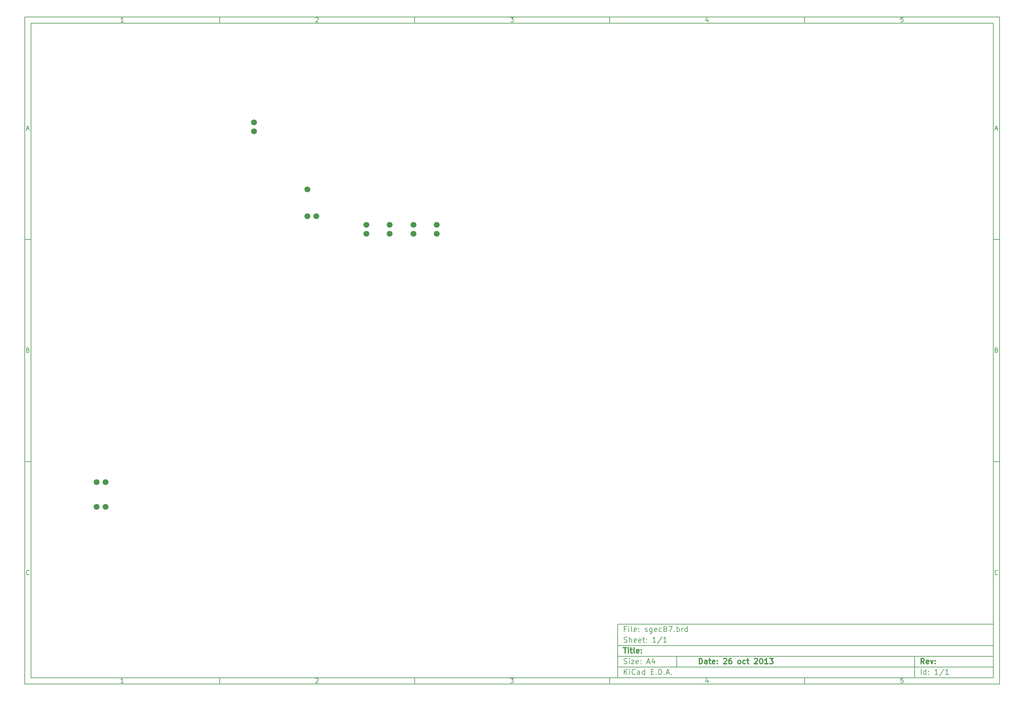
<source format=gtp>
G04 (created by PCBNEW-RS274X (2011-04-29 BZR 2986)-stable) date 10/26/2013 1:24:26 PM*
G01*
G70*
G90*
%MOIN*%
G04 Gerber Fmt 3.4, Leading zero omitted, Abs format*
%FSLAX34Y34*%
G04 APERTURE LIST*
%ADD10C,0.006000*%
%ADD11C,0.012000*%
%ADD12C,0.066000*%
G04 APERTURE END LIST*
G54D10*
X04000Y-04000D02*
X113000Y-04000D01*
X113000Y-78670D01*
X04000Y-78670D01*
X04000Y-04000D01*
X04700Y-04700D02*
X112300Y-04700D01*
X112300Y-77970D01*
X04700Y-77970D01*
X04700Y-04700D01*
X25800Y-04000D02*
X25800Y-04700D01*
X15043Y-04552D02*
X14757Y-04552D01*
X14900Y-04552D02*
X14900Y-04052D01*
X14852Y-04124D01*
X14805Y-04171D01*
X14757Y-04195D01*
X25800Y-78670D02*
X25800Y-77970D01*
X15043Y-78522D02*
X14757Y-78522D01*
X14900Y-78522D02*
X14900Y-78022D01*
X14852Y-78094D01*
X14805Y-78141D01*
X14757Y-78165D01*
X47600Y-04000D02*
X47600Y-04700D01*
X36557Y-04100D02*
X36581Y-04076D01*
X36629Y-04052D01*
X36748Y-04052D01*
X36795Y-04076D01*
X36819Y-04100D01*
X36843Y-04148D01*
X36843Y-04195D01*
X36819Y-04267D01*
X36533Y-04552D01*
X36843Y-04552D01*
X47600Y-78670D02*
X47600Y-77970D01*
X36557Y-78070D02*
X36581Y-78046D01*
X36629Y-78022D01*
X36748Y-78022D01*
X36795Y-78046D01*
X36819Y-78070D01*
X36843Y-78118D01*
X36843Y-78165D01*
X36819Y-78237D01*
X36533Y-78522D01*
X36843Y-78522D01*
X69400Y-04000D02*
X69400Y-04700D01*
X58333Y-04052D02*
X58643Y-04052D01*
X58476Y-04243D01*
X58548Y-04243D01*
X58595Y-04267D01*
X58619Y-04290D01*
X58643Y-04338D01*
X58643Y-04457D01*
X58619Y-04505D01*
X58595Y-04529D01*
X58548Y-04552D01*
X58405Y-04552D01*
X58357Y-04529D01*
X58333Y-04505D01*
X69400Y-78670D02*
X69400Y-77970D01*
X58333Y-78022D02*
X58643Y-78022D01*
X58476Y-78213D01*
X58548Y-78213D01*
X58595Y-78237D01*
X58619Y-78260D01*
X58643Y-78308D01*
X58643Y-78427D01*
X58619Y-78475D01*
X58595Y-78499D01*
X58548Y-78522D01*
X58405Y-78522D01*
X58357Y-78499D01*
X58333Y-78475D01*
X91200Y-04000D02*
X91200Y-04700D01*
X80395Y-04219D02*
X80395Y-04552D01*
X80276Y-04029D02*
X80157Y-04386D01*
X80467Y-04386D01*
X91200Y-78670D02*
X91200Y-77970D01*
X80395Y-78189D02*
X80395Y-78522D01*
X80276Y-77999D02*
X80157Y-78356D01*
X80467Y-78356D01*
X102219Y-04052D02*
X101981Y-04052D01*
X101957Y-04290D01*
X101981Y-04267D01*
X102029Y-04243D01*
X102148Y-04243D01*
X102195Y-04267D01*
X102219Y-04290D01*
X102243Y-04338D01*
X102243Y-04457D01*
X102219Y-04505D01*
X102195Y-04529D01*
X102148Y-04552D01*
X102029Y-04552D01*
X101981Y-04529D01*
X101957Y-04505D01*
X102219Y-78022D02*
X101981Y-78022D01*
X101957Y-78260D01*
X101981Y-78237D01*
X102029Y-78213D01*
X102148Y-78213D01*
X102195Y-78237D01*
X102219Y-78260D01*
X102243Y-78308D01*
X102243Y-78427D01*
X102219Y-78475D01*
X102195Y-78499D01*
X102148Y-78522D01*
X102029Y-78522D01*
X101981Y-78499D01*
X101957Y-78475D01*
X04000Y-28890D02*
X04700Y-28890D01*
X04231Y-16510D02*
X04469Y-16510D01*
X04184Y-16652D02*
X04350Y-16152D01*
X04517Y-16652D01*
X113000Y-28890D02*
X112300Y-28890D01*
X112531Y-16510D02*
X112769Y-16510D01*
X112484Y-16652D02*
X112650Y-16152D01*
X112817Y-16652D01*
X04000Y-53780D02*
X04700Y-53780D01*
X04386Y-41280D02*
X04457Y-41304D01*
X04481Y-41328D01*
X04505Y-41376D01*
X04505Y-41447D01*
X04481Y-41495D01*
X04457Y-41519D01*
X04410Y-41542D01*
X04219Y-41542D01*
X04219Y-41042D01*
X04386Y-41042D01*
X04433Y-41066D01*
X04457Y-41090D01*
X04481Y-41138D01*
X04481Y-41185D01*
X04457Y-41233D01*
X04433Y-41257D01*
X04386Y-41280D01*
X04219Y-41280D01*
X113000Y-53780D02*
X112300Y-53780D01*
X112686Y-41280D02*
X112757Y-41304D01*
X112781Y-41328D01*
X112805Y-41376D01*
X112805Y-41447D01*
X112781Y-41495D01*
X112757Y-41519D01*
X112710Y-41542D01*
X112519Y-41542D01*
X112519Y-41042D01*
X112686Y-41042D01*
X112733Y-41066D01*
X112757Y-41090D01*
X112781Y-41138D01*
X112781Y-41185D01*
X112757Y-41233D01*
X112733Y-41257D01*
X112686Y-41280D01*
X112519Y-41280D01*
X04505Y-66385D02*
X04481Y-66409D01*
X04410Y-66432D01*
X04362Y-66432D01*
X04290Y-66409D01*
X04243Y-66361D01*
X04219Y-66313D01*
X04195Y-66218D01*
X04195Y-66147D01*
X04219Y-66051D01*
X04243Y-66004D01*
X04290Y-65956D01*
X04362Y-65932D01*
X04410Y-65932D01*
X04481Y-65956D01*
X04505Y-65980D01*
X112805Y-66385D02*
X112781Y-66409D01*
X112710Y-66432D01*
X112662Y-66432D01*
X112590Y-66409D01*
X112543Y-66361D01*
X112519Y-66313D01*
X112495Y-66218D01*
X112495Y-66147D01*
X112519Y-66051D01*
X112543Y-66004D01*
X112590Y-65956D01*
X112662Y-65932D01*
X112710Y-65932D01*
X112781Y-65956D01*
X112805Y-65980D01*
G54D11*
X79443Y-76413D02*
X79443Y-75813D01*
X79586Y-75813D01*
X79671Y-75841D01*
X79729Y-75899D01*
X79757Y-75956D01*
X79786Y-76070D01*
X79786Y-76156D01*
X79757Y-76270D01*
X79729Y-76327D01*
X79671Y-76384D01*
X79586Y-76413D01*
X79443Y-76413D01*
X80300Y-76413D02*
X80300Y-76099D01*
X80271Y-76041D01*
X80214Y-76013D01*
X80100Y-76013D01*
X80043Y-76041D01*
X80300Y-76384D02*
X80243Y-76413D01*
X80100Y-76413D01*
X80043Y-76384D01*
X80014Y-76327D01*
X80014Y-76270D01*
X80043Y-76213D01*
X80100Y-76184D01*
X80243Y-76184D01*
X80300Y-76156D01*
X80500Y-76013D02*
X80729Y-76013D01*
X80586Y-75813D02*
X80586Y-76327D01*
X80614Y-76384D01*
X80672Y-76413D01*
X80729Y-76413D01*
X81157Y-76384D02*
X81100Y-76413D01*
X80986Y-76413D01*
X80929Y-76384D01*
X80900Y-76327D01*
X80900Y-76099D01*
X80929Y-76041D01*
X80986Y-76013D01*
X81100Y-76013D01*
X81157Y-76041D01*
X81186Y-76099D01*
X81186Y-76156D01*
X80900Y-76213D01*
X81443Y-76356D02*
X81471Y-76384D01*
X81443Y-76413D01*
X81414Y-76384D01*
X81443Y-76356D01*
X81443Y-76413D01*
X81443Y-76041D02*
X81471Y-76070D01*
X81443Y-76099D01*
X81414Y-76070D01*
X81443Y-76041D01*
X81443Y-76099D01*
X82157Y-75870D02*
X82186Y-75841D01*
X82243Y-75813D01*
X82386Y-75813D01*
X82443Y-75841D01*
X82472Y-75870D01*
X82500Y-75927D01*
X82500Y-75984D01*
X82472Y-76070D01*
X82129Y-76413D01*
X82500Y-76413D01*
X83014Y-75813D02*
X82900Y-75813D01*
X82843Y-75841D01*
X82814Y-75870D01*
X82757Y-75956D01*
X82728Y-76070D01*
X82728Y-76299D01*
X82757Y-76356D01*
X82785Y-76384D01*
X82843Y-76413D01*
X82957Y-76413D01*
X83014Y-76384D01*
X83043Y-76356D01*
X83071Y-76299D01*
X83071Y-76156D01*
X83043Y-76099D01*
X83014Y-76070D01*
X82957Y-76041D01*
X82843Y-76041D01*
X82785Y-76070D01*
X82757Y-76099D01*
X82728Y-76156D01*
X83871Y-76413D02*
X83813Y-76384D01*
X83785Y-76356D01*
X83756Y-76299D01*
X83756Y-76127D01*
X83785Y-76070D01*
X83813Y-76041D01*
X83871Y-76013D01*
X83956Y-76013D01*
X84013Y-76041D01*
X84042Y-76070D01*
X84071Y-76127D01*
X84071Y-76299D01*
X84042Y-76356D01*
X84013Y-76384D01*
X83956Y-76413D01*
X83871Y-76413D01*
X84585Y-76384D02*
X84528Y-76413D01*
X84414Y-76413D01*
X84356Y-76384D01*
X84328Y-76356D01*
X84299Y-76299D01*
X84299Y-76127D01*
X84328Y-76070D01*
X84356Y-76041D01*
X84414Y-76013D01*
X84528Y-76013D01*
X84585Y-76041D01*
X84756Y-76013D02*
X84985Y-76013D01*
X84842Y-75813D02*
X84842Y-76327D01*
X84870Y-76384D01*
X84928Y-76413D01*
X84985Y-76413D01*
X85613Y-75870D02*
X85642Y-75841D01*
X85699Y-75813D01*
X85842Y-75813D01*
X85899Y-75841D01*
X85928Y-75870D01*
X85956Y-75927D01*
X85956Y-75984D01*
X85928Y-76070D01*
X85585Y-76413D01*
X85956Y-76413D01*
X86327Y-75813D02*
X86384Y-75813D01*
X86441Y-75841D01*
X86470Y-75870D01*
X86499Y-75927D01*
X86527Y-76041D01*
X86527Y-76184D01*
X86499Y-76299D01*
X86470Y-76356D01*
X86441Y-76384D01*
X86384Y-76413D01*
X86327Y-76413D01*
X86270Y-76384D01*
X86241Y-76356D01*
X86213Y-76299D01*
X86184Y-76184D01*
X86184Y-76041D01*
X86213Y-75927D01*
X86241Y-75870D01*
X86270Y-75841D01*
X86327Y-75813D01*
X87098Y-76413D02*
X86755Y-76413D01*
X86927Y-76413D02*
X86927Y-75813D01*
X86870Y-75899D01*
X86812Y-75956D01*
X86755Y-75984D01*
X87298Y-75813D02*
X87669Y-75813D01*
X87469Y-76041D01*
X87555Y-76041D01*
X87612Y-76070D01*
X87641Y-76099D01*
X87669Y-76156D01*
X87669Y-76299D01*
X87641Y-76356D01*
X87612Y-76384D01*
X87555Y-76413D01*
X87383Y-76413D01*
X87326Y-76384D01*
X87298Y-76356D01*
G54D10*
X71043Y-77613D02*
X71043Y-77013D01*
X71386Y-77613D02*
X71129Y-77270D01*
X71386Y-77013D02*
X71043Y-77356D01*
X71643Y-77613D02*
X71643Y-77213D01*
X71643Y-77013D02*
X71614Y-77041D01*
X71643Y-77070D01*
X71671Y-77041D01*
X71643Y-77013D01*
X71643Y-77070D01*
X72272Y-77556D02*
X72243Y-77584D01*
X72157Y-77613D01*
X72100Y-77613D01*
X72015Y-77584D01*
X71957Y-77527D01*
X71929Y-77470D01*
X71900Y-77356D01*
X71900Y-77270D01*
X71929Y-77156D01*
X71957Y-77099D01*
X72015Y-77041D01*
X72100Y-77013D01*
X72157Y-77013D01*
X72243Y-77041D01*
X72272Y-77070D01*
X72786Y-77613D02*
X72786Y-77299D01*
X72757Y-77241D01*
X72700Y-77213D01*
X72586Y-77213D01*
X72529Y-77241D01*
X72786Y-77584D02*
X72729Y-77613D01*
X72586Y-77613D01*
X72529Y-77584D01*
X72500Y-77527D01*
X72500Y-77470D01*
X72529Y-77413D01*
X72586Y-77384D01*
X72729Y-77384D01*
X72786Y-77356D01*
X73329Y-77613D02*
X73329Y-77013D01*
X73329Y-77584D02*
X73272Y-77613D01*
X73158Y-77613D01*
X73100Y-77584D01*
X73072Y-77556D01*
X73043Y-77499D01*
X73043Y-77327D01*
X73072Y-77270D01*
X73100Y-77241D01*
X73158Y-77213D01*
X73272Y-77213D01*
X73329Y-77241D01*
X74072Y-77299D02*
X74272Y-77299D01*
X74358Y-77613D02*
X74072Y-77613D01*
X74072Y-77013D01*
X74358Y-77013D01*
X74615Y-77556D02*
X74643Y-77584D01*
X74615Y-77613D01*
X74586Y-77584D01*
X74615Y-77556D01*
X74615Y-77613D01*
X74901Y-77613D02*
X74901Y-77013D01*
X75044Y-77013D01*
X75129Y-77041D01*
X75187Y-77099D01*
X75215Y-77156D01*
X75244Y-77270D01*
X75244Y-77356D01*
X75215Y-77470D01*
X75187Y-77527D01*
X75129Y-77584D01*
X75044Y-77613D01*
X74901Y-77613D01*
X75501Y-77556D02*
X75529Y-77584D01*
X75501Y-77613D01*
X75472Y-77584D01*
X75501Y-77556D01*
X75501Y-77613D01*
X75758Y-77441D02*
X76044Y-77441D01*
X75701Y-77613D02*
X75901Y-77013D01*
X76101Y-77613D01*
X76301Y-77556D02*
X76329Y-77584D01*
X76301Y-77613D01*
X76272Y-77584D01*
X76301Y-77556D01*
X76301Y-77613D01*
G54D11*
X104586Y-76413D02*
X104386Y-76127D01*
X104243Y-76413D02*
X104243Y-75813D01*
X104471Y-75813D01*
X104529Y-75841D01*
X104557Y-75870D01*
X104586Y-75927D01*
X104586Y-76013D01*
X104557Y-76070D01*
X104529Y-76099D01*
X104471Y-76127D01*
X104243Y-76127D01*
X105071Y-76384D02*
X105014Y-76413D01*
X104900Y-76413D01*
X104843Y-76384D01*
X104814Y-76327D01*
X104814Y-76099D01*
X104843Y-76041D01*
X104900Y-76013D01*
X105014Y-76013D01*
X105071Y-76041D01*
X105100Y-76099D01*
X105100Y-76156D01*
X104814Y-76213D01*
X105300Y-76013D02*
X105443Y-76413D01*
X105585Y-76013D01*
X105814Y-76356D02*
X105842Y-76384D01*
X105814Y-76413D01*
X105785Y-76384D01*
X105814Y-76356D01*
X105814Y-76413D01*
X105814Y-76041D02*
X105842Y-76070D01*
X105814Y-76099D01*
X105785Y-76070D01*
X105814Y-76041D01*
X105814Y-76099D01*
G54D10*
X71014Y-76384D02*
X71100Y-76413D01*
X71243Y-76413D01*
X71300Y-76384D01*
X71329Y-76356D01*
X71357Y-76299D01*
X71357Y-76241D01*
X71329Y-76184D01*
X71300Y-76156D01*
X71243Y-76127D01*
X71129Y-76099D01*
X71071Y-76070D01*
X71043Y-76041D01*
X71014Y-75984D01*
X71014Y-75927D01*
X71043Y-75870D01*
X71071Y-75841D01*
X71129Y-75813D01*
X71271Y-75813D01*
X71357Y-75841D01*
X71614Y-76413D02*
X71614Y-76013D01*
X71614Y-75813D02*
X71585Y-75841D01*
X71614Y-75870D01*
X71642Y-75841D01*
X71614Y-75813D01*
X71614Y-75870D01*
X71843Y-76013D02*
X72157Y-76013D01*
X71843Y-76413D01*
X72157Y-76413D01*
X72614Y-76384D02*
X72557Y-76413D01*
X72443Y-76413D01*
X72386Y-76384D01*
X72357Y-76327D01*
X72357Y-76099D01*
X72386Y-76041D01*
X72443Y-76013D01*
X72557Y-76013D01*
X72614Y-76041D01*
X72643Y-76099D01*
X72643Y-76156D01*
X72357Y-76213D01*
X72900Y-76356D02*
X72928Y-76384D01*
X72900Y-76413D01*
X72871Y-76384D01*
X72900Y-76356D01*
X72900Y-76413D01*
X72900Y-76041D02*
X72928Y-76070D01*
X72900Y-76099D01*
X72871Y-76070D01*
X72900Y-76041D01*
X72900Y-76099D01*
X73614Y-76241D02*
X73900Y-76241D01*
X73557Y-76413D02*
X73757Y-75813D01*
X73957Y-76413D01*
X74414Y-76013D02*
X74414Y-76413D01*
X74271Y-75784D02*
X74128Y-76213D01*
X74500Y-76213D01*
X104243Y-77613D02*
X104243Y-77013D01*
X104786Y-77613D02*
X104786Y-77013D01*
X104786Y-77584D02*
X104729Y-77613D01*
X104615Y-77613D01*
X104557Y-77584D01*
X104529Y-77556D01*
X104500Y-77499D01*
X104500Y-77327D01*
X104529Y-77270D01*
X104557Y-77241D01*
X104615Y-77213D01*
X104729Y-77213D01*
X104786Y-77241D01*
X105072Y-77556D02*
X105100Y-77584D01*
X105072Y-77613D01*
X105043Y-77584D01*
X105072Y-77556D01*
X105072Y-77613D01*
X105072Y-77241D02*
X105100Y-77270D01*
X105072Y-77299D01*
X105043Y-77270D01*
X105072Y-77241D01*
X105072Y-77299D01*
X106129Y-77613D02*
X105786Y-77613D01*
X105958Y-77613D02*
X105958Y-77013D01*
X105901Y-77099D01*
X105843Y-77156D01*
X105786Y-77184D01*
X106814Y-76984D02*
X106300Y-77756D01*
X107329Y-77613D02*
X106986Y-77613D01*
X107158Y-77613D02*
X107158Y-77013D01*
X107101Y-77099D01*
X107043Y-77156D01*
X106986Y-77184D01*
G54D11*
X70957Y-74613D02*
X71300Y-74613D01*
X71129Y-75213D02*
X71129Y-74613D01*
X71500Y-75213D02*
X71500Y-74813D01*
X71500Y-74613D02*
X71471Y-74641D01*
X71500Y-74670D01*
X71528Y-74641D01*
X71500Y-74613D01*
X71500Y-74670D01*
X71700Y-74813D02*
X71929Y-74813D01*
X71786Y-74613D02*
X71786Y-75127D01*
X71814Y-75184D01*
X71872Y-75213D01*
X71929Y-75213D01*
X72215Y-75213D02*
X72157Y-75184D01*
X72129Y-75127D01*
X72129Y-74613D01*
X72671Y-75184D02*
X72614Y-75213D01*
X72500Y-75213D01*
X72443Y-75184D01*
X72414Y-75127D01*
X72414Y-74899D01*
X72443Y-74841D01*
X72500Y-74813D01*
X72614Y-74813D01*
X72671Y-74841D01*
X72700Y-74899D01*
X72700Y-74956D01*
X72414Y-75013D01*
X72957Y-75156D02*
X72985Y-75184D01*
X72957Y-75213D01*
X72928Y-75184D01*
X72957Y-75156D01*
X72957Y-75213D01*
X72957Y-74841D02*
X72985Y-74870D01*
X72957Y-74899D01*
X72928Y-74870D01*
X72957Y-74841D01*
X72957Y-74899D01*
G54D10*
X71243Y-72499D02*
X71043Y-72499D01*
X71043Y-72813D02*
X71043Y-72213D01*
X71329Y-72213D01*
X71557Y-72813D02*
X71557Y-72413D01*
X71557Y-72213D02*
X71528Y-72241D01*
X71557Y-72270D01*
X71585Y-72241D01*
X71557Y-72213D01*
X71557Y-72270D01*
X71929Y-72813D02*
X71871Y-72784D01*
X71843Y-72727D01*
X71843Y-72213D01*
X72385Y-72784D02*
X72328Y-72813D01*
X72214Y-72813D01*
X72157Y-72784D01*
X72128Y-72727D01*
X72128Y-72499D01*
X72157Y-72441D01*
X72214Y-72413D01*
X72328Y-72413D01*
X72385Y-72441D01*
X72414Y-72499D01*
X72414Y-72556D01*
X72128Y-72613D01*
X72671Y-72756D02*
X72699Y-72784D01*
X72671Y-72813D01*
X72642Y-72784D01*
X72671Y-72756D01*
X72671Y-72813D01*
X72671Y-72441D02*
X72699Y-72470D01*
X72671Y-72499D01*
X72642Y-72470D01*
X72671Y-72441D01*
X72671Y-72499D01*
X73385Y-72784D02*
X73442Y-72813D01*
X73557Y-72813D01*
X73614Y-72784D01*
X73642Y-72727D01*
X73642Y-72699D01*
X73614Y-72641D01*
X73557Y-72613D01*
X73471Y-72613D01*
X73414Y-72584D01*
X73385Y-72527D01*
X73385Y-72499D01*
X73414Y-72441D01*
X73471Y-72413D01*
X73557Y-72413D01*
X73614Y-72441D01*
X74157Y-72413D02*
X74157Y-72899D01*
X74128Y-72956D01*
X74100Y-72984D01*
X74043Y-73013D01*
X73957Y-73013D01*
X73900Y-72984D01*
X74157Y-72784D02*
X74100Y-72813D01*
X73986Y-72813D01*
X73928Y-72784D01*
X73900Y-72756D01*
X73871Y-72699D01*
X73871Y-72527D01*
X73900Y-72470D01*
X73928Y-72441D01*
X73986Y-72413D01*
X74100Y-72413D01*
X74157Y-72441D01*
X74671Y-72784D02*
X74614Y-72813D01*
X74500Y-72813D01*
X74443Y-72784D01*
X74414Y-72727D01*
X74414Y-72499D01*
X74443Y-72441D01*
X74500Y-72413D01*
X74614Y-72413D01*
X74671Y-72441D01*
X74700Y-72499D01*
X74700Y-72556D01*
X74414Y-72613D01*
X75214Y-72784D02*
X75157Y-72813D01*
X75043Y-72813D01*
X74985Y-72784D01*
X74957Y-72756D01*
X74928Y-72699D01*
X74928Y-72527D01*
X74957Y-72470D01*
X74985Y-72441D01*
X75043Y-72413D01*
X75157Y-72413D01*
X75214Y-72441D01*
X75671Y-72499D02*
X75757Y-72527D01*
X75785Y-72556D01*
X75814Y-72613D01*
X75814Y-72699D01*
X75785Y-72756D01*
X75757Y-72784D01*
X75699Y-72813D01*
X75471Y-72813D01*
X75471Y-72213D01*
X75671Y-72213D01*
X75728Y-72241D01*
X75757Y-72270D01*
X75785Y-72327D01*
X75785Y-72384D01*
X75757Y-72441D01*
X75728Y-72470D01*
X75671Y-72499D01*
X75471Y-72499D01*
X76014Y-72213D02*
X76414Y-72213D01*
X76157Y-72813D01*
X76642Y-72756D02*
X76670Y-72784D01*
X76642Y-72813D01*
X76613Y-72784D01*
X76642Y-72756D01*
X76642Y-72813D01*
X76928Y-72813D02*
X76928Y-72213D01*
X76928Y-72441D02*
X76985Y-72413D01*
X77099Y-72413D01*
X77156Y-72441D01*
X77185Y-72470D01*
X77214Y-72527D01*
X77214Y-72699D01*
X77185Y-72756D01*
X77156Y-72784D01*
X77099Y-72813D01*
X76985Y-72813D01*
X76928Y-72784D01*
X77471Y-72813D02*
X77471Y-72413D01*
X77471Y-72527D02*
X77499Y-72470D01*
X77528Y-72441D01*
X77585Y-72413D01*
X77642Y-72413D01*
X78099Y-72813D02*
X78099Y-72213D01*
X78099Y-72784D02*
X78042Y-72813D01*
X77928Y-72813D01*
X77870Y-72784D01*
X77842Y-72756D01*
X77813Y-72699D01*
X77813Y-72527D01*
X77842Y-72470D01*
X77870Y-72441D01*
X77928Y-72413D01*
X78042Y-72413D01*
X78099Y-72441D01*
X71014Y-73984D02*
X71100Y-74013D01*
X71243Y-74013D01*
X71300Y-73984D01*
X71329Y-73956D01*
X71357Y-73899D01*
X71357Y-73841D01*
X71329Y-73784D01*
X71300Y-73756D01*
X71243Y-73727D01*
X71129Y-73699D01*
X71071Y-73670D01*
X71043Y-73641D01*
X71014Y-73584D01*
X71014Y-73527D01*
X71043Y-73470D01*
X71071Y-73441D01*
X71129Y-73413D01*
X71271Y-73413D01*
X71357Y-73441D01*
X71614Y-74013D02*
X71614Y-73413D01*
X71871Y-74013D02*
X71871Y-73699D01*
X71842Y-73641D01*
X71785Y-73613D01*
X71700Y-73613D01*
X71642Y-73641D01*
X71614Y-73670D01*
X72385Y-73984D02*
X72328Y-74013D01*
X72214Y-74013D01*
X72157Y-73984D01*
X72128Y-73927D01*
X72128Y-73699D01*
X72157Y-73641D01*
X72214Y-73613D01*
X72328Y-73613D01*
X72385Y-73641D01*
X72414Y-73699D01*
X72414Y-73756D01*
X72128Y-73813D01*
X72899Y-73984D02*
X72842Y-74013D01*
X72728Y-74013D01*
X72671Y-73984D01*
X72642Y-73927D01*
X72642Y-73699D01*
X72671Y-73641D01*
X72728Y-73613D01*
X72842Y-73613D01*
X72899Y-73641D01*
X72928Y-73699D01*
X72928Y-73756D01*
X72642Y-73813D01*
X73099Y-73613D02*
X73328Y-73613D01*
X73185Y-73413D02*
X73185Y-73927D01*
X73213Y-73984D01*
X73271Y-74013D01*
X73328Y-74013D01*
X73528Y-73956D02*
X73556Y-73984D01*
X73528Y-74013D01*
X73499Y-73984D01*
X73528Y-73956D01*
X73528Y-74013D01*
X73528Y-73641D02*
X73556Y-73670D01*
X73528Y-73699D01*
X73499Y-73670D01*
X73528Y-73641D01*
X73528Y-73699D01*
X74585Y-74013D02*
X74242Y-74013D01*
X74414Y-74013D02*
X74414Y-73413D01*
X74357Y-73499D01*
X74299Y-73556D01*
X74242Y-73584D01*
X75270Y-73384D02*
X74756Y-74156D01*
X75785Y-74013D02*
X75442Y-74013D01*
X75614Y-74013D02*
X75614Y-73413D01*
X75557Y-73499D01*
X75499Y-73556D01*
X75442Y-73584D01*
X70300Y-71970D02*
X70300Y-77970D01*
X70300Y-71970D02*
X112300Y-71970D01*
X70300Y-71970D02*
X112300Y-71970D01*
X70300Y-74370D02*
X112300Y-74370D01*
X103500Y-75570D02*
X103500Y-77970D01*
X70300Y-76770D02*
X112300Y-76770D01*
X70300Y-75570D02*
X112300Y-75570D01*
X76900Y-75570D02*
X76900Y-76770D01*
G54D12*
X35600Y-26300D03*
X35600Y-23300D03*
X36600Y-26300D03*
X12035Y-56075D03*
X13035Y-56075D03*
X12035Y-58825D03*
X13035Y-58825D03*
X42210Y-27270D03*
X42210Y-28270D03*
X44810Y-27270D03*
X44810Y-28270D03*
X47460Y-27270D03*
X47460Y-28270D03*
X50060Y-27270D03*
X50060Y-28270D03*
X29650Y-15800D03*
X29650Y-16800D03*
M02*

</source>
